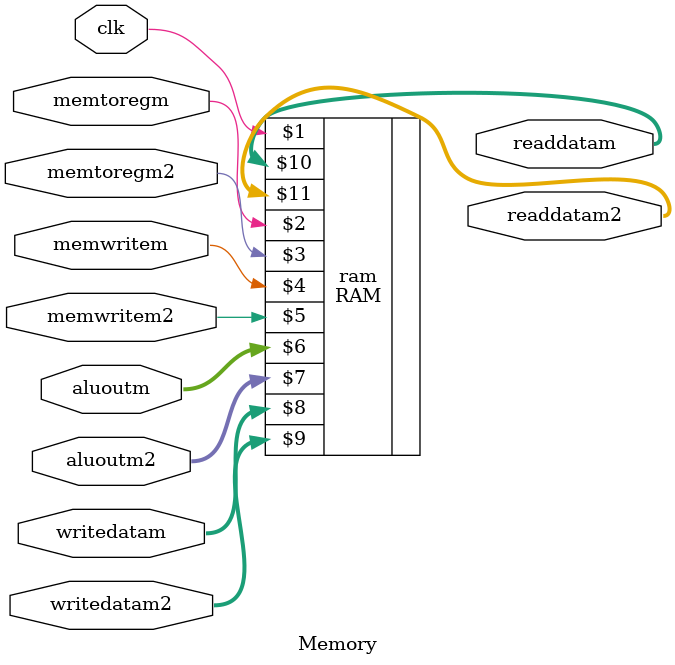
<source format=v>
`timescale 1ns / 1ps


module Memory(clk,memtoregm,memtoregm2,memwritem,memwritem2,aluoutm,aluoutm2,writedatam,writedatam2,readdatam,readdatam2);
    input clk,memtoregm,memwritem,memtoregm2,memwritem2;
    input  [31:0] aluoutm,aluoutm2,writedatam,writedatam2;
    output [31:0] readdatam,readdatam2;
    RAM ram(clk,memtoregm,memtoregm2,memwritem,memwritem2,aluoutm,aluoutm2,writedatam,writedatam2,readdatam,readdatam2);
endmodule

</source>
